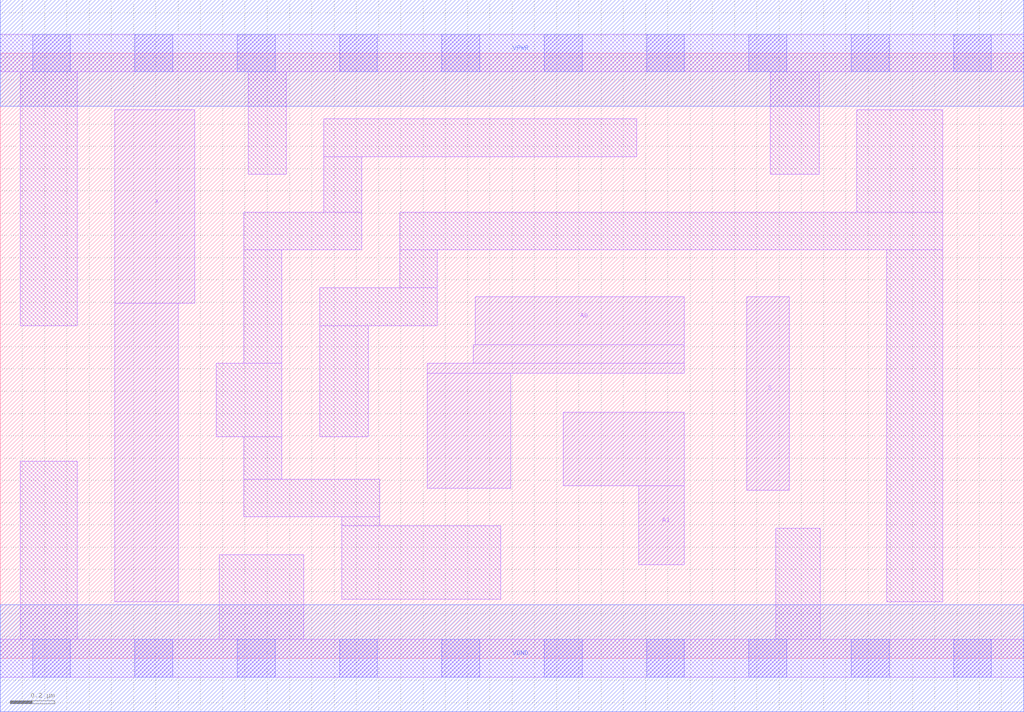
<source format=lef>
# Copyright 2020 The SkyWater PDK Authors
#
# Licensed under the Apache License, Version 2.0 (the "License");
# you may not use this file except in compliance with the License.
# You may obtain a copy of the License at
#
#     https://www.apache.org/licenses/LICENSE-2.0
#
# Unless required by applicable law or agreed to in writing, software
# distributed under the License is distributed on an "AS IS" BASIS,
# WITHOUT WARRANTIES OR CONDITIONS OF ANY KIND, either express or implied.
# See the License for the specific language governing permissions and
# limitations under the License.
#
# SPDX-License-Identifier: Apache-2.0

VERSION 5.7 ;
  NOWIREEXTENSIONATPIN ON ;
  DIVIDERCHAR "/" ;
  BUSBITCHARS "[]" ;
UNITS
  DATABASE MICRONS 200 ;
END UNITS
PROPERTYDEFINITIONS
  MACRO maskLayoutSubType STRING ;
  MACRO prCellType STRING ;
  MACRO originalViewName STRING ;
END PROPERTYDEFINITIONS
MACRO sky130_fd_sc_hdll__mux2_2
  CLASS CORE ;
  FOREIGN sky130_fd_sc_hdll__mux2_2 ;
  ORIGIN  0.000000  0.000000 ;
  SIZE  4.600000 BY  2.720000 ;
  SYMMETRY X Y R90 ;
  SITE unithd ;
  PIN A0
    ANTENNAGATEAREA  0.178200 ;
    DIRECTION INPUT ;
    USE SIGNAL ;
    PORT
      LAYER li1 ;
        RECT 1.920000 0.765000 2.295000 1.280000 ;
        RECT 1.920000 1.280000 3.075000 1.325000 ;
        RECT 2.125000 1.325000 3.075000 1.410000 ;
        RECT 2.135000 1.410000 3.075000 1.625000 ;
    END
  END A0
  PIN A1
    ANTENNAGATEAREA  0.178200 ;
    DIRECTION INPUT ;
    USE SIGNAL ;
    PORT
      LAYER li1 ;
        RECT 2.530000 0.775000 3.075000 1.105000 ;
        RECT 2.870000 0.420000 3.075000 0.775000 ;
    END
  END A1
  PIN S
    ANTENNAGATEAREA  0.356400 ;
    DIRECTION INPUT ;
    USE SIGNAL ;
    PORT
      LAYER li1 ;
        RECT 3.355000 0.755000 3.545000 1.625000 ;
    END
  END S
  PIN VGND
    ANTENNADIFFAREA  0.555100 ;
    DIRECTION INOUT ;
    USE SIGNAL ;
    PORT
      LAYER met1 ;
        RECT 0.000000 -0.240000 4.600000 0.240000 ;
    END
  END VGND
  PIN VPWR
    ANTENNADIFFAREA  0.776400 ;
    DIRECTION INOUT ;
    USE SIGNAL ;
    PORT
      LAYER met1 ;
        RECT 0.000000 2.480000 4.600000 2.960000 ;
    END
  END VPWR
  PIN X
    ANTENNADIFFAREA  0.498000 ;
    DIRECTION OUTPUT ;
    USE SIGNAL ;
    PORT
      LAYER li1 ;
        RECT 0.515000 0.255000 0.800000 1.595000 ;
        RECT 0.515000 1.595000 0.875000 2.465000 ;
    END
  END X
  OBS
    LAYER li1 ;
      RECT 0.000000 -0.085000 4.600000 0.085000 ;
      RECT 0.000000  2.635000 4.600000 2.805000 ;
      RECT 0.090000  0.085000 0.345000 0.885000 ;
      RECT 0.090000  1.495000 0.345000 2.635000 ;
      RECT 0.970000  0.995000 1.265000 1.325000 ;
      RECT 0.985000  0.085000 1.365000 0.465000 ;
      RECT 1.095000  0.635000 1.705000 0.805000 ;
      RECT 1.095000  0.805000 1.265000 0.995000 ;
      RECT 1.095000  1.325000 1.265000 1.835000 ;
      RECT 1.095000  1.835000 1.625000 2.005000 ;
      RECT 1.115000  2.175000 1.285000 2.635000 ;
      RECT 1.435000  0.995000 1.655000 1.495000 ;
      RECT 1.435000  1.495000 1.965000 1.665000 ;
      RECT 1.455000  2.005000 1.625000 2.255000 ;
      RECT 1.455000  2.255000 2.860000 2.425000 ;
      RECT 1.535000  0.265000 2.250000 0.595000 ;
      RECT 1.535000  0.595000 1.705000 0.635000 ;
      RECT 1.795000  1.665000 1.965000 1.835000 ;
      RECT 1.795000  1.835000 4.235000 2.005000 ;
      RECT 3.460000  2.175000 3.680000 2.635000 ;
      RECT 3.485000  0.085000 3.685000 0.585000 ;
      RECT 3.850000  2.005000 4.235000 2.465000 ;
      RECT 3.985000  0.255000 4.235000 1.835000 ;
    LAYER mcon ;
      RECT 0.145000 -0.085000 0.315000 0.085000 ;
      RECT 0.145000  2.635000 0.315000 2.805000 ;
      RECT 0.605000 -0.085000 0.775000 0.085000 ;
      RECT 0.605000  2.635000 0.775000 2.805000 ;
      RECT 1.065000 -0.085000 1.235000 0.085000 ;
      RECT 1.065000  2.635000 1.235000 2.805000 ;
      RECT 1.525000 -0.085000 1.695000 0.085000 ;
      RECT 1.525000  2.635000 1.695000 2.805000 ;
      RECT 1.985000 -0.085000 2.155000 0.085000 ;
      RECT 1.985000  2.635000 2.155000 2.805000 ;
      RECT 2.445000 -0.085000 2.615000 0.085000 ;
      RECT 2.445000  2.635000 2.615000 2.805000 ;
      RECT 2.905000 -0.085000 3.075000 0.085000 ;
      RECT 2.905000  2.635000 3.075000 2.805000 ;
      RECT 3.365000 -0.085000 3.535000 0.085000 ;
      RECT 3.365000  2.635000 3.535000 2.805000 ;
      RECT 3.825000 -0.085000 3.995000 0.085000 ;
      RECT 3.825000  2.635000 3.995000 2.805000 ;
      RECT 4.285000 -0.085000 4.455000 0.085000 ;
      RECT 4.285000  2.635000 4.455000 2.805000 ;
  END
  PROPERTY maskLayoutSubType "abstract" ;
  PROPERTY prCellType "standard" ;
  PROPERTY originalViewName "layout" ;
END sky130_fd_sc_hdll__mux2_2
END LIBRARY

</source>
